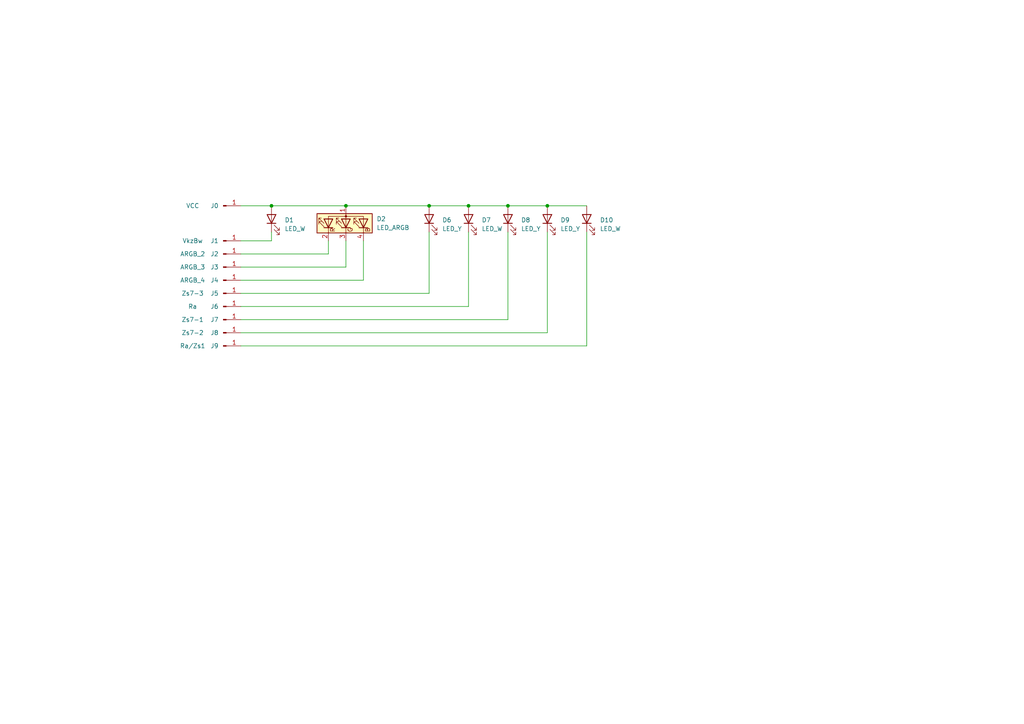
<source format=kicad_sch>
(kicad_sch (version 20211123) (generator eeschema)
  (paper "A4")
  (lib_symbols
    (symbol "Connector:Conn_01x01_Male" (pin_names (offset 1.016) hide)
      (property "Reference" "J" (at 0 2.54 0))
      (property "Value" "Conn_01x01_Male" (at 0 -2.54 0))
      (symbol "Conn_01x01_Male_1_1"
        (polyline (pts (xy 1.27 0) (xy 0.8636 0)) (stroke (width 0.1524)))
        (rectangle (start 0.8636 0.127) (end 0 -0.127) (stroke (width 0.1524)) (fill (type outline)))
        (pin passive line (at 5.08 0 180) (length 3.81) (name "Pin_1") (number "1"))
      )
    )
    (symbol "Device:LED" (pin_numbers hide) (pin_names (offset 1.016) hide)
      (property "Reference" "D" (at 0 2.54 0))
      (property "Value" "LED" (at 0 -2.54 0))
      (symbol "LED_0_1"
        (polyline (pts (xy -1.27 -1.27) (xy -1.27 1.27)) (stroke (width 0.254)))
        (polyline (pts (xy -1.27 0) (xy 1.27 0)))
        (polyline (pts (xy 1.27 -1.27) (xy 1.27 1.27) (xy -1.27 0) (xy 1.27 -1.27)) (stroke (width 0.254)))
        (polyline (pts (xy -3.048 -0.762) (xy -4.572 -2.286) (xy -3.81 -2.286) (xy -4.572 -2.286) (xy -4.572 -1.524)))
        (polyline (pts (xy -1.778 -0.762) (xy -3.302 -2.286) (xy -2.54 -2.286) (xy -3.302 -2.286) (xy -3.302 -1.524)))
      )
      (symbol "LED_1_1"
        (pin passive line (at -3.81 0 0) (length 2.54) (name "K") (number "1"))
        (pin passive line (at 3.81 0 180) (length 2.54) (name "A") (number "2"))
      )
    )
    (symbol "Device:LED_ARGB" (pin_names (offset 0) hide)
      (property "Reference" "D" (at 0 9.398 0))
      (property "Value" "LED_ARGB" (at 0 -8.89 0))
      (symbol "LED_ARGB_0_0"
        (text "B" (at -1.905 -6.35 0) (effects (font (size 1.27 1.27))))
        (text "G" (at -1.905 -1.27 0) (effects (font (size 1.27 1.27))))
        (text "R" (at -1.905 3.81 0) (effects (font (size 1.27 1.27))))
      )
      (symbol "LED_ARGB_0_1"
        (polyline (pts (xy -1.27 -5.08) (xy -2.54 -5.08)))
        (polyline (pts (xy -1.27 -5.08) (xy 1.27 -5.08)))
        (polyline (pts (xy -1.27 -3.81) (xy -1.27 -6.35)) (stroke (width 0.254)))
        (polyline (pts (xy -1.27 0) (xy -2.54 0)))
        (polyline (pts (xy -1.27 1.27) (xy -1.27 -1.27)) (stroke (width 0.254)))
        (polyline (pts (xy -1.27 5.08) (xy -2.54 5.08)))
        (polyline (pts (xy -1.27 5.08) (xy 1.27 5.08)))
        (polyline (pts (xy -1.27 6.35) (xy -1.27 3.81)) (stroke (width 0.254)))
        (polyline (pts (xy 1.27 0) (xy -1.27 0)))
        (polyline (pts (xy 1.27 0) (xy 2.54 0)))
        (polyline (pts (xy -1.27 1.27) (xy -1.27 -1.27) (xy -1.27 -1.27)))
        (polyline (pts (xy -1.27 6.35) (xy -1.27 3.81) (xy -1.27 3.81)))
        (polyline (pts (xy 1.27 -5.08) (xy 2.032 -5.08) (xy 2.032 5.08) (xy 1.27 5.08)))
        (polyline (pts (xy 1.27 -3.81) (xy 1.27 -6.35) (xy -1.27 -5.08) (xy 1.27 -3.81)) (stroke (width 0.254)))
        (polyline (pts (xy 1.27 1.27) (xy 1.27 -1.27) (xy -1.27 0) (xy 1.27 1.27)) (stroke (width 0.254)))
        (polyline (pts (xy 1.27 6.35) (xy 1.27 3.81) (xy -1.27 5.08) (xy 1.27 6.35)) (stroke (width 0.254)))
        (polyline (pts (xy -1.016 -3.81) (xy 0.508 -2.286) (xy -0.254 -2.286) (xy 0.508 -2.286) (xy 0.508 -3.048)))
        (polyline (pts (xy -1.016 1.27) (xy 0.508 2.794) (xy -0.254 2.794) (xy 0.508 2.794) (xy 0.508 2.032)))
        (polyline (pts (xy -1.016 6.35) (xy 0.508 7.874) (xy -0.254 7.874) (xy 0.508 7.874) (xy 0.508 7.112)))
        (polyline (pts (xy 0 -3.81) (xy 1.524 -2.286) (xy 0.762 -2.286) (xy 1.524 -2.286) (xy 1.524 -3.048)))
        (polyline (pts (xy 0 1.27) (xy 1.524 2.794) (xy 0.762 2.794) (xy 1.524 2.794) (xy 1.524 2.032)))
        (polyline (pts (xy 0 6.35) (xy 1.524 7.874) (xy 0.762 7.874) (xy 1.524 7.874) (xy 1.524 7.112)))
        (rectangle (start 1.27 -1.27) (end 1.27 1.27))
        (rectangle (start 1.27 1.27) (end 1.27 1.27))
        (rectangle (start 1.27 3.81) (end 1.27 6.35))
        (rectangle (start 1.27 6.35) (end 1.27 6.35))
        (circle (center 2.032 0) (radius 0.254) (fill (type outline)))
        (rectangle (start 2.794 8.382) (end -2.794 -7.62) (stroke (width 0.254)) (fill (type background)))
      )
      (symbol "LED_ARGB_1_1"
        (pin passive line (at 5.08 0 180) (length 2.54) (name "A") (number "1"))
        (pin passive line (at -5.08 5.08 0) (length 2.54) (name "RK") (number "2"))
        (pin passive line (at -5.08 0 0) (length 2.54) (name "GK") (number "3"))
        (pin passive line (at -5.08 -5.08 0) (length 2.54) (name "BK") (number "4"))
      )
    )
  )
  (junction (at 78.74 59.69))
  (junction (at 147.32 59.69))
  (junction (at 158.75 59.69))
  (junction (at 135.89 59.69))
  (junction (at 124.46 59.69))
  (junction (at 100.33 59.69))
  (wire (pts (xy 124.46 59.69) (xy 135.89 59.69)))
  (wire (pts (xy 158.75 96.52) (xy 69.85 96.52)))
  (wire (pts (xy 69.85 69.85) (xy 78.74 69.85)))
  (wire (pts (xy 100.33 59.69) (xy 124.46 59.69)))
  (wire (pts (xy 69.85 73.66) (xy 95.25 73.66)))
  (wire (pts (xy 158.75 67.31) (xy 158.75 96.52)))
  (wire (pts (xy 147.32 92.71) (xy 69.85 92.71)))
  (wire (pts (xy 105.41 81.28) (xy 69.85 81.28)))
  (wire (pts (xy 135.89 88.9) (xy 69.85 88.9)))
  (wire (pts (xy 100.33 69.85) (xy 100.33 77.47)))
  (wire (pts (xy 69.85 59.69) (xy 78.74 59.69)))
  (wire (pts (xy 135.89 67.31) (xy 135.89 88.9)))
  (wire (pts (xy 124.46 67.31) (xy 124.46 85.09)))
  (wire (pts (xy 158.75 59.69) (xy 170.18 59.69)))
  (wire (pts (xy 170.18 100.33) (xy 69.85 100.33)))
  (wire (pts (xy 95.25 73.66) (xy 95.25 69.85)))
  (wire (pts (xy 135.89 59.69) (xy 147.32 59.69)))
  (wire (pts (xy 105.41 69.85) (xy 105.41 81.28)))
  (wire (pts (xy 147.32 59.69) (xy 158.75 59.69)))
  (wire (pts (xy 170.18 67.31) (xy 170.18 100.33)))
  (wire (pts (xy 147.32 67.31) (xy 147.32 92.71)))
  (wire (pts (xy 78.74 67.31) (xy 78.74 69.85)))
  (wire (pts (xy 124.46 85.09) (xy 69.85 85.09)))
  (wire (pts (xy 78.74 59.69) (xy 100.33 59.69)))
  (wire (pts (xy 100.33 77.47) (xy 69.85 77.47)))
  (symbol (lib_id "Device:LED") (at 147.32 63.5 90) (unit 1)
    (property "Reference" "D8" (at 151.13 63.8174 90) (effects (justify right)))
    (property "Value" "LED_Y" (at 151.13 66.3574 90) (effects (justify right)))
    (property "Footprint" "LED_SMD:LED_0402_1005Metric" (effects hide))
  )
  (symbol (lib_id "Device:LED") (at 124.46 63.5 90) (unit 1)
    (property "Reference" "D6" (at 128.27 63.8174 90) (effects (justify right)))
    (property "Value" "LED_Y" (at 128.27 66.3574 90) (effects (justify right)))
    (property "Footprint" "LED_SMD:LED_0402_1005Metric" (effects hide))
  )
  (symbol (lib_id "Device:LED") (at 170.18 63.5 90) (unit 1)
    (property "Reference" "D10" (at 173.99 63.8174 90) (effects (justify right)))
    (property "Value" "LED_W" (at 173.99 66.3574 90) (effects (justify right)))
    (property "Footprint" "LED_SMD:LED_0402_1005Metric" (effects hide))
  )
  (symbol (lib_id "Connector:Conn_01x01_Male") (at 64.77 100.33 0) (unit 1) (in_bom no)
    (property "Reference" "J9" (at 62.23 100.33 0))
    (property "Value" "Ra/Zs1" (at 55.88 100.33 0))
    (property "Footprint" "Connector_Wire:SolderWirePad_1x01_SMD_1x2mm" (effects hide))
  )
  (symbol (lib_id "Connector:Conn_01x01_Male") (at 64.77 92.71 0) (unit 1) (in_bom no)
    (property "Reference" "J7" (at 62.23 92.71 0))
    (property "Value" "Zs7-1" (at 55.88 92.71 0))
    (property "Footprint" "Connector_Wire:SolderWirePad_1x01_SMD_1x2mm" (effects hide))
  )
  (symbol (lib_id "Device:LED") (at 158.75 63.5 90) (unit 1)
    (property "Reference" "D9" (at 162.56 63.8174 90) (effects (justify right)))
    (property "Value" "LED_Y" (at 162.56 66.3574 90) (effects (justify right)))
    (property "Footprint" "LED_SMD:LED_0402_1005Metric" (effects hide))
  )
  (symbol (lib_id "Connector:Conn_01x01_Male") (at 64.77 96.52 0) (unit 1) (in_bom no)
    (property "Reference" "J8" (at 62.23 96.52 0))
    (property "Value" "Zs7-2" (at 55.88 96.52 0))
    (property "Footprint" "Connector_Wire:SolderWirePad_1x01_SMD_1x2mm" (effects hide))
  )
  (symbol (lib_id "Connector:Conn_01x01_Male") (at 64.77 69.85 0) (unit 1) (in_bom no)
    (property "Reference" "J1" (at 62.23 69.85 0))
    (property "Value" "VkzBw" (at 55.88 69.85 0))
    (property "Footprint" "Connector_Wire:SolderWirePad_1x01_SMD_1x2mm" (effects hide))
  )
  (symbol (lib_id "Device:LED") (at 78.74 63.5 90) (unit 1)
    (property "Reference" "D1" (at 82.55 63.8174 90) (effects (justify right)))
    (property "Value" "LED_W" (at 82.55 66.3574 90) (effects (justify right)))
    (property "Footprint" "LED_SMD:LED_0402_1005Metric" (effects hide))
  )
  (symbol (lib_id "Connector:Conn_01x01_Male") (at 64.77 88.9 0) (unit 1) (in_bom no)
    (property "Reference" "J6" (at 62.23 88.9 0))
    (property "Value" "Ra" (at 55.88 88.9 0))
    (property "Footprint" "Connector_Wire:SolderWirePad_1x01_SMD_1x2mm" (effects hide))
  )
  (symbol (lib_id "Connector:Conn_01x01_Male") (at 64.77 59.69 0) (unit 1) (in_bom no)
    (property "Reference" "J0" (at 62.23 59.69 0))
    (property "Value" "VCC" (at 55.88 59.69 0))
    (property "Footprint" "Connector_Wire:SolderWirePad_1x01_SMD_1x2mm" (effects hide))
  )
  (symbol (lib_id "Connector:Conn_01x01_Male") (at 64.77 77.47 0) (unit 1) (in_bom no)
    (property "Reference" "J3" (at 62.23 77.47 0))
    (property "Value" "ARGB_3" (at 55.88 77.47 0))
    (property "Footprint" "Connector_Wire:SolderWirePad_1x01_SMD_1x2mm" (effects hide))
  )
  (symbol (lib_id "Device:LED") (at 135.89 63.5 90) (unit 1)
    (property "Reference" "D7" (at 139.7 63.8174 90) (effects (justify right)))
    (property "Value" "LED_W" (at 139.7 66.3574 90) (effects (justify right)))
    (property "Footprint" "LED_SMD:LED_0402_1005Metric" (effects hide))
  )
  (symbol (lib_id "Connector:Conn_01x01_Male") (at 64.77 81.28 0) (unit 1) (in_bom no)
    (property "Reference" "J4" (at 62.23 81.28 0))
    (property "Value" "ARGB_4" (at 55.88 81.28 0))
    (property "Footprint" "Connector_Wire:SolderWirePad_1x01_SMD_1x2mm" (effects hide))
  )
  (symbol (lib_id "Connector:Conn_01x01_Male") (at 64.77 85.09 0) (unit 1) (in_bom no)
    (property "Reference" "J5" (at 62.23 85.09 0))
    (property "Value" "Zs7-3" (at 55.88 85.09 0))
    (property "Footprint" "Connector_Wire:SolderWirePad_1x01_SMD_1x2mm" (effects hide))
  )
  (symbol (lib_id "Connector:Conn_01x01_Male") (at 64.77 73.66 0) (unit 1) (in_bom no)
    (property "Reference" "J2" (at 62.23 73.66 0))
    (property "Value" "ARGB_2" (at 55.88 73.66 0))
    (property "Footprint" "Connector_Wire:SolderWirePad_1x01_SMD_1x2mm" (effects hide))
  )
  (symbol (lib_id "Device:LED_ARGB") (at 100.33 64.77 90) (unit 1)
    (property "Reference" "D2" (at 109.22 63.4999 90) (effects (justify right)))
    (property "Value" "LED_ARGB" (at 109.22 66.0399 90) (effects (justify right)))
    (property "Footprint" "Library:LRTBR48GP9Q71R7S526NP68" (effects hide))
  )
)
</source>
